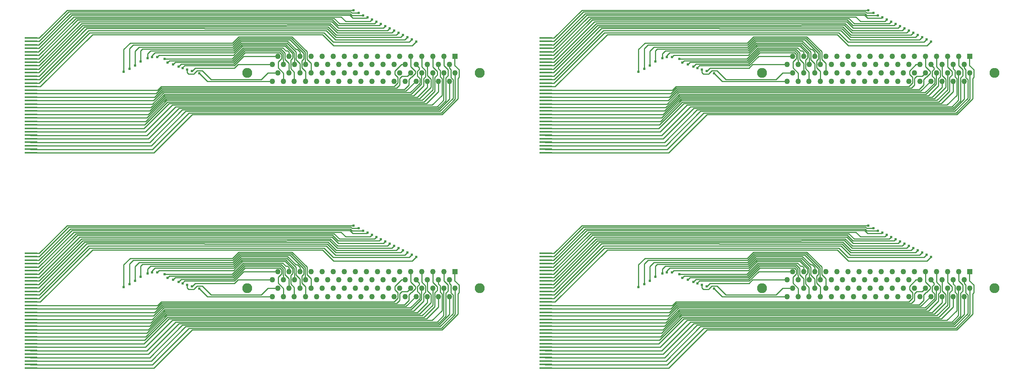
<source format=gbl>
%FSLAX23Y23*%
%MOIN*%
G70*
G01*
G75*
G04 Layer_Physical_Order=2*
G04 Layer_Color=16711680*
%ADD10R,0.118X0.018*%
%ADD11C,0.010*%
%ADD12C,0.050*%
%ADD13R,0.050X0.050*%
%ADD14C,0.090*%
%ADD15C,0.024*%
%ADD16R,0.118X0.018*%
D10*
X8005Y9717D02*
D03*
Y9685D02*
D03*
Y9654D02*
D03*
Y9622D02*
D03*
Y9591D02*
D03*
Y9559D02*
D03*
Y9528D02*
D03*
Y9496D02*
D03*
Y9465D02*
D03*
Y9433D02*
D03*
Y9402D02*
D03*
Y9370D02*
D03*
Y9339D02*
D03*
Y9307D02*
D03*
Y9276D02*
D03*
Y9244D02*
D03*
Y9213D02*
D03*
Y9181D02*
D03*
Y9150D02*
D03*
Y9118D02*
D03*
Y9087D02*
D03*
Y9055D02*
D03*
Y9024D02*
D03*
Y8992D02*
D03*
Y8961D02*
D03*
Y8929D02*
D03*
Y8898D02*
D03*
Y8866D02*
D03*
Y8835D02*
D03*
Y8803D02*
D03*
Y8772D02*
D03*
X12655Y9717D02*
D03*
Y9685D02*
D03*
Y9654D02*
D03*
Y9622D02*
D03*
Y9591D02*
D03*
Y9559D02*
D03*
Y9528D02*
D03*
Y9496D02*
D03*
Y9465D02*
D03*
Y9433D02*
D03*
Y9402D02*
D03*
Y9370D02*
D03*
Y9339D02*
D03*
Y9307D02*
D03*
Y9276D02*
D03*
Y9244D02*
D03*
Y9213D02*
D03*
Y9181D02*
D03*
Y9150D02*
D03*
Y9118D02*
D03*
Y9087D02*
D03*
Y9055D02*
D03*
Y9024D02*
D03*
Y8992D02*
D03*
Y8961D02*
D03*
Y8929D02*
D03*
Y8898D02*
D03*
Y8866D02*
D03*
Y8835D02*
D03*
Y8803D02*
D03*
Y8772D02*
D03*
X8005Y11667D02*
D03*
Y11635D02*
D03*
Y11604D02*
D03*
Y11572D02*
D03*
Y11541D02*
D03*
Y11509D02*
D03*
Y11478D02*
D03*
Y11446D02*
D03*
Y11415D02*
D03*
Y11383D02*
D03*
Y11352D02*
D03*
Y11320D02*
D03*
Y11289D02*
D03*
Y11257D02*
D03*
Y11226D02*
D03*
Y11194D02*
D03*
Y11163D02*
D03*
Y11131D02*
D03*
Y11100D02*
D03*
Y11068D02*
D03*
Y11037D02*
D03*
Y11005D02*
D03*
Y10974D02*
D03*
Y10942D02*
D03*
Y10911D02*
D03*
Y10879D02*
D03*
Y10848D02*
D03*
Y10816D02*
D03*
Y10785D02*
D03*
Y10753D02*
D03*
Y10722D02*
D03*
X12655Y11667D02*
D03*
Y11635D02*
D03*
Y11604D02*
D03*
Y11572D02*
D03*
Y11541D02*
D03*
Y11509D02*
D03*
Y11478D02*
D03*
Y11446D02*
D03*
Y11415D02*
D03*
Y11383D02*
D03*
Y11352D02*
D03*
Y11320D02*
D03*
Y11289D02*
D03*
Y11257D02*
D03*
Y11226D02*
D03*
Y11194D02*
D03*
Y11163D02*
D03*
Y11131D02*
D03*
Y11100D02*
D03*
Y11068D02*
D03*
Y11037D02*
D03*
Y11005D02*
D03*
Y10974D02*
D03*
Y10942D02*
D03*
Y10911D02*
D03*
Y10879D02*
D03*
Y10848D02*
D03*
Y10816D02*
D03*
Y10785D02*
D03*
Y10753D02*
D03*
Y10722D02*
D03*
D11*
X9377Y9507D02*
Y9511D01*
X9394Y9528D01*
X9843D01*
X9927Y9613D01*
X10235D01*
X9211Y9589D02*
X9821D01*
X9923Y9691D01*
X10280D01*
X10308Y9663D01*
X10324D01*
X10335Y9652D01*
Y9613D02*
Y9652D01*
X8995Y9565D02*
Y9662D01*
X9014Y9681D01*
X9834D01*
X9902Y9749D01*
X10324D01*
X10398Y9675D01*
X10412D01*
X10435Y9652D01*
Y9613D02*
Y9652D01*
X8005Y9748D02*
X8078D01*
X8346Y10016D01*
X10285D02*
X10285Y10016D01*
X8346Y10016D02*
X10285D01*
X10285Y10016D02*
X10894D01*
X10905Y10005D01*
X10965D01*
X8005Y9622D02*
X8077D01*
X8412Y9957D01*
X10743D01*
X10791Y9909D01*
X11109D01*
X11125Y9925D01*
X8005Y9496D02*
X8076D01*
X8474Y9894D01*
X10312D01*
X10318Y9895D02*
X10703D01*
X10701D02*
X10771Y9825D01*
X11265D01*
X11285Y9845D01*
X8005Y9370D02*
X8080D01*
X8535Y9825D01*
X10655D01*
X10653D02*
X10735Y9743D01*
X11423D01*
X11445Y9765D01*
X8005Y9244D02*
X8005Y9244D01*
X9124D01*
X9193Y9313D01*
X11379D01*
X11420Y9354D01*
Y9403D01*
X11440Y9425D02*
X11447D01*
X11440Y9423D02*
Y9425D01*
X11420Y9403D02*
X11440Y9423D01*
X11447Y9425D02*
X11480Y9458D01*
Y9476D01*
X11435Y9521D02*
X11480Y9476D01*
X11435Y9521D02*
Y9613D01*
X8005Y9118D02*
X9078D01*
X9216Y9257D01*
X11463D01*
X11461D02*
X11551Y9347D01*
Y9410D01*
X11570Y9429D01*
Y9483D01*
X11535Y9518D02*
X11570Y9483D01*
X11535Y9518D02*
Y9613D01*
X8005Y8992D02*
X9031D01*
X9240Y9201D01*
X11557D01*
X11651Y9295D01*
Y9421D01*
X11676Y9446D01*
Y9476D01*
X11635Y9517D02*
X11676Y9476D01*
X11635Y9517D02*
Y9616D01*
X7999Y8866D02*
X9065D01*
X9342Y9143D01*
X11683D01*
X11751Y9211D01*
Y9417D01*
X11773Y9439D01*
Y9492D01*
X11735Y9530D02*
X11773Y9492D01*
X11735Y9530D02*
Y9614D01*
X9459Y9478D02*
X9460Y9477D01*
X9490Y9507D01*
X9844D01*
X9875Y9538D01*
X10185D01*
X9290Y9540D02*
X9308Y9558D01*
X9831D01*
X9935Y9662D01*
X10258D01*
X10283Y9637D01*
Y9580D02*
Y9637D01*
Y9580D02*
X10285Y9578D01*
Y9538D02*
Y9578D01*
X9100Y9605D02*
Y9621D01*
X9126Y9647D01*
X9839D01*
X9911Y9719D01*
X10308D01*
X10383Y9644D01*
Y9603D02*
Y9644D01*
Y9603D02*
X10385Y9601D01*
Y9536D02*
Y9601D01*
X8895Y9500D02*
Y9682D01*
X8928Y9715D01*
X9828D01*
X9890Y9777D01*
X10355D01*
X10483Y9649D01*
Y9604D02*
X10484Y9603D01*
X10483Y9604D02*
Y9649D01*
X10484Y9536D02*
Y9603D01*
X8005Y9685D02*
X8075D01*
X8375Y9985D01*
X10885D01*
X10911Y9959D01*
X11039D02*
X11045Y9965D01*
X10911Y9959D02*
X11039D01*
X8005Y9559D02*
X8079D01*
X8446Y9926D01*
X10725D01*
X10781Y9870D01*
X11190D01*
X11205Y9885D01*
X8005Y9433D02*
X8078D01*
X8510Y9865D01*
X8929D01*
X9572Y9865D02*
X9573Y9864D01*
X8929Y9865D02*
X9572D01*
X9573Y9864D02*
X9977D01*
Y9863D02*
X10684D01*
X10760Y9787D01*
X11347D01*
X11365Y9805D01*
X8005Y9307D02*
X9148D01*
X9182Y9341D01*
X11287D01*
X11319Y9373D01*
Y9424D01*
X11293Y9450D02*
X11319Y9424D01*
X11293Y9450D02*
Y9480D01*
X11351Y9538D01*
X11385D01*
X8005Y9181D02*
X9101D01*
X9205Y9285D01*
X11433D01*
X11519Y9371D01*
Y9412D01*
X11497Y9434D02*
X11519Y9412D01*
X11497Y9434D02*
Y9478D01*
X11513Y9494D01*
Y9509D01*
X11512D02*
X11513D01*
X11485Y9536D02*
X11512Y9509D01*
X8005Y9055D02*
X9054D01*
X9228Y9229D01*
X11516D01*
X11620Y9333D01*
Y9406D01*
X11585Y9441D02*
X11620Y9406D01*
X11585Y9441D02*
Y9540D01*
X7999Y8929D02*
X9039D01*
X9282Y9172D01*
X11630D01*
X11719Y9261D01*
Y9411D01*
X11701Y9429D02*
X11719Y9411D01*
X11701Y9429D02*
Y9485D01*
X11685Y9501D02*
X11701Y9485D01*
X11685Y9501D02*
Y9538D01*
X9415Y9467D02*
Y9494D01*
Y9467D02*
X9430Y9452D01*
X9480Y9454D02*
Y9455D01*
X9430Y9452D02*
X9478D01*
X9480Y9454D01*
Y9455D02*
X9507Y9482D01*
X9552D01*
X9631Y9403D01*
X10085D01*
X10146Y9464D01*
X10235D01*
X9240Y9555D02*
X9257Y9572D01*
X9825D01*
X9930Y9677D01*
X10265D01*
X10299Y9643D01*
Y9586D02*
Y9643D01*
Y9586D02*
X10335Y9550D01*
Y9461D02*
Y9550D01*
X9060Y9595D02*
Y9636D01*
X9087Y9663D01*
X9836D01*
X9907Y9734D01*
X10313Y9733D02*
X10319D01*
X10312Y9734D02*
X10313Y9733D01*
X9907Y9734D02*
X10312D01*
X10319Y9733D02*
X10400Y9652D01*
Y9582D02*
Y9652D01*
Y9582D02*
X10436Y9546D01*
Y9461D02*
Y9546D01*
X8844Y9472D02*
Y9675D01*
X8903Y9734D01*
X9827D01*
X9884Y9791D01*
X10362D01*
X10498Y9655D01*
Y9587D02*
Y9655D01*
Y9587D02*
X10535Y9550D01*
Y9461D02*
Y9550D01*
X8005Y9780D02*
X8080D01*
X8331Y10031D01*
X10920Y10030D01*
X8005Y9654D02*
X8074D01*
X8391Y9971D01*
X10807D01*
X10849Y9929D01*
X11069D01*
X11085Y9945D01*
X8005Y9528D02*
X8078D01*
X8461Y9911D01*
X10311D02*
X10311Y9911D01*
X8461Y9911D02*
X10311D01*
X10311Y9911D02*
X10711D01*
X10710D02*
X10775Y9846D01*
X11226D01*
X11245Y9865D01*
X8005Y9402D02*
X8082D01*
X8525Y9845D01*
X10675D01*
X10674Y9846D02*
X10756Y9764D01*
X11384D01*
X11405Y9785D01*
X8005Y9276D02*
X9136D01*
X9187Y9327D01*
X11309D01*
X11336Y9354D01*
Y9414D01*
X11356Y9434D01*
X11406D01*
X11435Y9462D01*
X8005Y9150D02*
X9089D01*
X9211Y9271D01*
X11440D01*
X11533Y9364D01*
Y9462D02*
X11535Y9464D01*
X11533Y9364D02*
Y9462D01*
X8005Y9024D02*
X9043D01*
X9234Y9215D01*
X11540D01*
X11635Y9310D01*
Y9464D01*
X7999Y8897D02*
X9052D01*
X9311Y9157D01*
X11676D01*
X11734Y9215D01*
Y9462D02*
X11735Y9463D01*
X11734Y9215D02*
Y9462D01*
X9525Y9460D02*
X9598Y9387D01*
X10186D01*
X9338Y9520D02*
X9361Y9543D01*
X9836D01*
X9940Y9647D01*
X10251D01*
X10269Y9629D01*
Y9594D02*
Y9629D01*
X10238Y9563D02*
X10269Y9594D01*
X10238Y9508D02*
Y9563D01*
Y9508D02*
X10285Y9461D01*
Y9387D02*
Y9461D01*
X9162Y9622D02*
Y9623D01*
X9145Y9605D02*
X9162Y9622D01*
Y9623D02*
X9835D01*
X9917Y9705D01*
X10302D01*
X10369Y9638D01*
Y9596D02*
Y9638D01*
X10351Y9578D02*
X10369Y9596D01*
X10351Y9502D02*
Y9578D01*
Y9502D02*
X10384Y9469D01*
Y9387D02*
Y9469D01*
X8945Y9530D02*
Y9660D01*
X8981Y9696D02*
X8982Y9695D01*
X8945Y9660D02*
X8981Y9696D01*
X8982Y9695D02*
X9828D01*
X9896Y9763D01*
X10346D01*
X10469Y9640D01*
Y9590D02*
Y9640D01*
X10451Y9572D02*
X10469Y9590D01*
X10451Y9510D02*
Y9572D01*
Y9510D02*
X10485Y9476D01*
Y9387D02*
Y9476D01*
X8005Y9717D02*
X8077D01*
X8361Y10001D01*
X8996Y10001D02*
X8998Y10000D01*
X8361Y10001D02*
X8996Y10001D01*
X8998Y10000D02*
X10307Y9999D01*
X10765Y9999D02*
X10766Y9999D01*
X10307Y9999D02*
X10765Y9999D01*
X10765Y10000D02*
X10890D01*
X10906Y9984D01*
X11007D01*
X8005Y9591D02*
X8076D01*
X8427Y9942D01*
X10731D01*
X10729D02*
X10778Y9893D01*
X11153D02*
X11165Y9905D01*
X10778Y9893D02*
X11153D01*
X8005Y9465D02*
X8075D01*
X8490Y9880D01*
X10689D01*
X10688D02*
X10761Y9807D01*
X11307D01*
X11325Y9825D01*
X8005Y9339D02*
X8005Y9339D01*
X8005Y9339D02*
X8089D01*
X8561Y9811D01*
X10639D01*
X10740Y9710D01*
X11450D01*
X11485Y9745D01*
X8005Y9213D02*
X8006Y9212D01*
X9112D01*
X9199Y9299D01*
X11392D01*
X11481Y9387D02*
X11485D01*
X11392Y9299D02*
X11481Y9387D01*
X8005Y9087D02*
X9066D01*
X9222Y9243D01*
X11495D01*
X11585Y9333D01*
Y9387D01*
X7999Y8960D02*
X9026D01*
X9252Y9187D01*
X11579D01*
X11685Y9293D01*
Y9387D01*
X7999Y8834D02*
X9078D01*
X9373Y9129D01*
X11689D01*
X11785Y9225D01*
Y9387D01*
X7999Y8740D02*
X9117D01*
X9464Y9086D01*
X11720D01*
X11863Y9229D01*
Y9414D01*
X11873Y9424D01*
Y9492D01*
X11834Y9531D02*
X11873Y9492D01*
X11834Y9531D02*
Y9615D01*
X7999Y8803D02*
X9091D01*
X9403Y9115D01*
X11700D01*
X11819Y9234D01*
Y9402D01*
X11800Y9421D02*
X11819Y9402D01*
X11800Y9421D02*
Y9492D01*
X11785Y9507D02*
X11800Y9492D01*
X11785Y9507D02*
Y9538D01*
X7999Y8771D02*
X9104D01*
X9433Y9101D01*
X11711D01*
X11837Y9227D01*
X11835Y9462D02*
X11837Y9460D01*
Y9227D02*
Y9460D01*
X14027Y9507D02*
Y9511D01*
X14044Y9528D01*
X14493D01*
X14578Y9613D01*
X14885D01*
X13861Y9589D02*
X14471D01*
X14573Y9691D01*
X14930D01*
X14958Y9663D01*
X14974D01*
X14985Y9652D01*
Y9613D02*
Y9652D01*
X13645Y9565D02*
Y9662D01*
X13664Y9681D01*
X14484D01*
X14552Y9749D01*
X14974D01*
X15048Y9675D01*
X15062D01*
X15085Y9652D01*
Y9613D02*
Y9652D01*
X12655Y9748D02*
X12728D01*
X12996Y10016D01*
X14935D02*
X14935Y10016D01*
X12996Y10016D02*
X14935D01*
X14935Y10016D02*
X15544D01*
X15555Y10005D01*
X15615D01*
X12655Y9622D02*
X12727D01*
X13062Y9957D01*
X15393D01*
X15441Y9909D01*
X15759D01*
X15775Y9925D01*
X12655Y9496D02*
X12726D01*
X13124Y9894D01*
X14962D01*
X14967Y9895D02*
X15353D01*
X15351D02*
X15421Y9825D01*
X15915D01*
X15935Y9845D01*
X12655Y9370D02*
X12730D01*
X13185Y9825D01*
X15305D01*
X15303D02*
X15385Y9743D01*
X16073D01*
X16095Y9765D01*
X12655Y9244D02*
X12655Y9244D01*
X13774D01*
X13843Y9313D01*
X16029D01*
X16070Y9354D01*
Y9403D01*
X16090Y9425D02*
X16097D01*
X16090Y9423D02*
Y9425D01*
X16070Y9403D02*
X16090Y9423D01*
X16097Y9425D02*
X16130Y9458D01*
Y9476D01*
X16085Y9521D02*
X16130Y9476D01*
X16085Y9521D02*
Y9613D01*
X12655Y9118D02*
X13728D01*
X13866Y9257D01*
X16113D01*
X16111D02*
X16201Y9347D01*
Y9410D01*
X16220Y9429D01*
Y9483D01*
X16185Y9518D02*
X16220Y9483D01*
X16185Y9518D02*
Y9613D01*
X12655Y8992D02*
X13681D01*
X13890Y9201D01*
X16207D01*
X16301Y9295D01*
Y9421D01*
X16326Y9446D01*
Y9476D01*
X16285Y9517D02*
X16326Y9476D01*
X16285Y9517D02*
Y9616D01*
X12649Y8866D02*
X13715D01*
X13992Y9143D01*
X16333D01*
X16401Y9211D01*
Y9417D01*
X16423Y9439D01*
Y9492D01*
X16385Y9530D02*
X16423Y9492D01*
X16385Y9530D02*
Y9614D01*
X14109Y9478D02*
X14110Y9477D01*
X14140Y9507D01*
X14494D01*
X14524Y9538D01*
X14835D01*
X13940Y9540D02*
X13958Y9558D01*
X14481D01*
X14585Y9662D01*
X14908D01*
X14933Y9637D01*
Y9580D02*
Y9637D01*
Y9580D02*
X14935Y9578D01*
Y9538D02*
Y9578D01*
X13750Y9605D02*
Y9621D01*
X13776Y9647D01*
X14489D01*
X14561Y9719D01*
X14958D01*
X15033Y9644D01*
Y9603D02*
Y9644D01*
Y9603D02*
X15035Y9601D01*
Y9536D02*
Y9601D01*
X13545Y9500D02*
Y9682D01*
X13578Y9715D01*
X14478D01*
X14540Y9777D01*
X15005D01*
X15133Y9649D01*
Y9604D02*
X15134Y9603D01*
X15133Y9604D02*
Y9649D01*
X15134Y9536D02*
Y9603D01*
X12655Y9685D02*
X12725D01*
X13025Y9985D01*
X15535D01*
X15561Y9959D01*
X15689D02*
X15695Y9965D01*
X15561Y9959D02*
X15689D01*
X12655Y9559D02*
X12729D01*
X13096Y9926D01*
X15375D01*
X15431Y9870D01*
X15840D01*
X15855Y9885D01*
X12655Y9433D02*
X12728D01*
X13160Y9865D01*
X13578D01*
X14222Y9865D02*
X14223Y9864D01*
X13579Y9865D02*
X14222D01*
X14223Y9864D02*
X14627D01*
Y9863D02*
X15334D01*
X15410Y9787D01*
X15997D01*
X16015Y9805D01*
X12655Y9307D02*
X13798D01*
X13832Y9341D01*
X15937D01*
X15969Y9373D01*
Y9424D01*
X15943Y9450D02*
X15969Y9424D01*
X15943Y9450D02*
Y9480D01*
X16000Y9538D01*
X16035D01*
X12655Y9181D02*
X13751D01*
X13855Y9285D01*
X16083D01*
X16169Y9371D01*
Y9412D01*
X16147Y9434D02*
X16169Y9412D01*
X16147Y9434D02*
Y9478D01*
X16163Y9494D01*
Y9509D01*
X16162D02*
X16163D01*
X16135Y9536D02*
X16162Y9509D01*
X12655Y9055D02*
X13704D01*
X13878Y9229D01*
X16166D01*
X16270Y9333D01*
Y9406D01*
X16235Y9441D02*
X16270Y9406D01*
X16235Y9441D02*
Y9540D01*
X12649Y8929D02*
X13689D01*
X13932Y9172D01*
X16280D01*
X16369Y9261D01*
Y9411D01*
X16351Y9429D02*
X16369Y9411D01*
X16351Y9429D02*
Y9485D01*
X16335Y9501D02*
X16351Y9485D01*
X16335Y9501D02*
Y9538D01*
X14065Y9467D02*
Y9494D01*
Y9467D02*
X14080Y9452D01*
X14130Y9454D02*
Y9455D01*
X14080Y9452D02*
X14128D01*
X14130Y9454D01*
Y9455D02*
X14157Y9482D01*
X14202D01*
X14281Y9403D01*
X14735D01*
X14796Y9464D01*
X14885D01*
X13890Y9555D02*
X13907Y9572D01*
X14475D01*
X14580Y9677D01*
X14915D01*
X14949Y9643D01*
Y9586D02*
Y9643D01*
Y9586D02*
X14985Y9550D01*
Y9461D02*
Y9550D01*
X13710Y9595D02*
Y9636D01*
X13737Y9663D01*
X14486D01*
X14557Y9734D01*
X14963Y9733D02*
X14969D01*
X14962Y9734D02*
X14963Y9733D01*
X14557Y9734D02*
X14962D01*
X14969Y9733D02*
X15050Y9652D01*
Y9582D02*
Y9652D01*
Y9582D02*
X15086Y9546D01*
Y9461D02*
Y9546D01*
X13494Y9472D02*
Y9675D01*
X13553Y9734D01*
X14477D01*
X14534Y9791D01*
X15012D01*
X15148Y9655D01*
Y9587D02*
Y9655D01*
Y9587D02*
X15185Y9550D01*
Y9461D02*
Y9550D01*
X12655Y9780D02*
X12730D01*
X12981Y10031D01*
X15570Y10030D01*
X12655Y9654D02*
X12724D01*
X13041Y9971D01*
X15457D01*
X15499Y9929D01*
X15719D01*
X15735Y9945D01*
X12655Y9528D02*
X12728D01*
X13111Y9911D01*
X14961D02*
X14961Y9911D01*
X13111Y9911D02*
X14961D01*
X14961Y9911D02*
X15361D01*
X15360D02*
X15425Y9846D01*
X15876D01*
X15895Y9865D01*
X12655Y9402D02*
X12732D01*
X13175Y9845D01*
X15325D01*
X15324Y9846D02*
X15406Y9764D01*
X16034D01*
X16055Y9785D01*
X12655Y9276D02*
X13786D01*
X13837Y9327D01*
X15959D01*
X15986Y9354D01*
Y9414D01*
X16006Y9434D01*
X16056D01*
X16085Y9462D01*
X12655Y9150D02*
X13739D01*
X13861Y9271D01*
X16090D01*
X16183Y9364D01*
Y9462D02*
X16185Y9464D01*
X16183Y9364D02*
Y9462D01*
X12655Y9024D02*
X13693D01*
X13884Y9215D01*
X16190D01*
X16285Y9310D01*
Y9464D01*
X12649Y8897D02*
X13702D01*
X13961Y9157D01*
X16326D01*
X16384Y9215D01*
Y9462D02*
X16385Y9463D01*
X16384Y9215D02*
Y9462D01*
X14175Y9460D02*
X14248Y9387D01*
X14836D01*
X13988Y9520D02*
X14011Y9543D01*
X14486D01*
X14590Y9647D01*
X14901D01*
X14919Y9629D01*
Y9594D02*
Y9629D01*
X14888Y9563D02*
X14919Y9594D01*
X14888Y9508D02*
Y9563D01*
Y9508D02*
X14935Y9461D01*
Y9387D02*
Y9461D01*
X13812Y9622D02*
Y9623D01*
X13795Y9605D02*
X13812Y9622D01*
Y9623D02*
X14485D01*
X14567Y9705D01*
X14952D01*
X15019Y9638D01*
Y9596D02*
Y9638D01*
X15001Y9578D02*
X15019Y9596D01*
X15001Y9502D02*
Y9578D01*
Y9502D02*
X15034Y9469D01*
Y9387D02*
Y9469D01*
X13595Y9530D02*
Y9660D01*
X13631Y9696D02*
X13632Y9695D01*
X13595Y9660D02*
X13631Y9696D01*
X13632Y9695D02*
X14478D01*
X14546Y9763D01*
X14996D01*
X15119Y9640D01*
Y9590D02*
Y9640D01*
X15101Y9572D02*
X15119Y9590D01*
X15101Y9510D02*
Y9572D01*
Y9510D02*
X15135Y9476D01*
Y9387D02*
Y9476D01*
X12655Y9717D02*
X12727D01*
X13011Y10001D01*
X13646Y10001D02*
X13648Y10000D01*
X13011Y10001D02*
X13646Y10001D01*
X13648Y10000D02*
X14957Y9999D01*
X15415Y9999D02*
X15416Y9999D01*
X14957Y9999D02*
X15415Y9999D01*
X15415Y10000D02*
X15540D01*
X15556Y9984D01*
X15657D01*
X12655Y9591D02*
X12726D01*
X13077Y9942D01*
X15381D01*
X15379D02*
X15428Y9893D01*
X15803D02*
X15815Y9905D01*
X15428Y9893D02*
X15803D01*
X12655Y9465D02*
X12725D01*
X13140Y9880D01*
X15339D01*
X15338D02*
X15411Y9807D01*
X15957D01*
X15975Y9825D01*
X12655Y9339D02*
X12655Y9339D01*
X12655Y9339D02*
X12739D01*
X13211Y9811D01*
X15289D01*
X15390Y9710D01*
X16100D01*
X16135Y9745D01*
X12655Y9213D02*
X12656Y9212D01*
X13762D01*
X13849Y9299D01*
X16042D01*
X16131Y9387D02*
X16135D01*
X16042Y9299D02*
X16131Y9387D01*
X12655Y9087D02*
X13716D01*
X13872Y9243D01*
X16145D01*
X16235Y9333D01*
Y9387D01*
X12649Y8960D02*
X13676D01*
X13902Y9187D01*
X16229D01*
X16335Y9293D01*
Y9387D01*
X12649Y8834D02*
X13728D01*
X14023Y9129D01*
X16339D01*
X16435Y9225D01*
Y9387D01*
X12649Y8740D02*
X13767D01*
X14114Y9086D01*
X16370D01*
X16513Y9229D01*
Y9414D01*
X16523Y9424D01*
Y9492D01*
X16484Y9531D02*
X16523Y9492D01*
X16484Y9531D02*
Y9615D01*
X12649Y8803D02*
X13741D01*
X14053Y9115D01*
X16350D01*
X16469Y9234D01*
Y9402D01*
X16450Y9421D02*
X16469Y9402D01*
X16450Y9421D02*
Y9492D01*
X16435Y9507D02*
X16450Y9492D01*
X16435Y9507D02*
Y9538D01*
X12649Y8771D02*
X13754D01*
X14083Y9101D01*
X16361D01*
X16487Y9227D01*
X16485Y9462D02*
X16487Y9460D01*
Y9227D02*
Y9460D01*
X9377Y11457D02*
Y11461D01*
X9394Y11478D01*
X9843D01*
X9927Y11562D01*
X10235D01*
X9211Y11539D02*
X9821D01*
X9923Y11641D01*
X10280D01*
X10308Y11613D01*
X10324D01*
X10335Y11602D01*
Y11562D02*
Y11602D01*
X8995Y11515D02*
Y11612D01*
X9014Y11631D01*
X9834D01*
X9902Y11699D01*
X10324D01*
X10398Y11625D01*
X10412D01*
X10435Y11602D01*
Y11563D02*
Y11602D01*
X8005Y11698D02*
X8078D01*
X8346Y11966D01*
X10285D02*
X10285Y11966D01*
X8346Y11966D02*
X10285D01*
X10285Y11966D02*
X10894D01*
X10905Y11955D01*
X10965D01*
X8005Y11572D02*
X8077D01*
X8412Y11907D01*
X10743D01*
X10791Y11859D01*
X11109D01*
X11125Y11875D01*
X8005Y11446D02*
X8076D01*
X8474Y11844D01*
X10312D01*
X10318Y11845D02*
X10703D01*
X10701D02*
X10771Y11775D01*
X11265D01*
X11285Y11795D01*
X8005Y11320D02*
X8080D01*
X8535Y11775D01*
X10655D01*
X10653D02*
X10735Y11693D01*
X11423D01*
X11445Y11715D01*
X8005Y11194D02*
X8005Y11194D01*
X9124D01*
X9193Y11263D01*
X11379D01*
X11420Y11304D01*
Y11353D01*
X11440Y11375D02*
X11447D01*
X11440Y11373D02*
Y11375D01*
X11420Y11353D02*
X11440Y11373D01*
X11447Y11375D02*
X11480Y11408D01*
Y11426D01*
X11435Y11471D02*
X11480Y11426D01*
X11435Y11471D02*
Y11562D01*
X8005Y11068D02*
X9078D01*
X9216Y11207D01*
X11463D01*
X11461D02*
X11551Y11297D01*
Y11360D01*
X11570Y11379D01*
Y11433D01*
X11535Y11468D02*
X11570Y11433D01*
X11535Y11468D02*
Y11562D01*
X8005Y10942D02*
X9031D01*
X9240Y11151D01*
X11557D01*
X11651Y11245D01*
Y11371D01*
X11676Y11396D01*
Y11426D01*
X11635Y11467D02*
X11676Y11426D01*
X11635Y11467D02*
Y11566D01*
X7999Y10816D02*
X9065D01*
X9342Y11093D01*
X11683D01*
X11751Y11161D01*
Y11367D01*
X11773Y11389D01*
Y11442D01*
X11735Y11480D02*
X11773Y11442D01*
X11735Y11480D02*
Y11564D01*
X9459Y11428D02*
X9460Y11427D01*
X9490Y11457D01*
X9844D01*
X9875Y11488D01*
X10185D01*
X9290Y11490D02*
X9308Y11508D01*
X9831D01*
X9935Y11612D01*
X10258D01*
X10283Y11587D01*
Y11530D02*
Y11587D01*
Y11530D02*
X10285Y11528D01*
Y11488D02*
Y11528D01*
X9100Y11555D02*
Y11571D01*
X9126Y11597D01*
X9839D01*
X9911Y11669D01*
X10308D01*
X10383Y11594D01*
Y11553D02*
Y11594D01*
Y11553D02*
X10385Y11551D01*
Y11486D02*
Y11551D01*
X8895Y11450D02*
Y11632D01*
X8928Y11665D01*
X9828D01*
X9890Y11727D01*
X10355D01*
X10483Y11599D01*
Y11554D02*
X10484Y11553D01*
X10483Y11554D02*
Y11599D01*
X10484Y11486D02*
Y11553D01*
X8005Y11635D02*
X8075D01*
X8375Y11935D01*
X10885D01*
X10911Y11909D01*
X11039D02*
X11045Y11915D01*
X10911Y11909D02*
X11039D01*
X8005Y11509D02*
X8079D01*
X8446Y11876D01*
X10725D01*
X10781Y11820D01*
X11190D01*
X11205Y11835D01*
X8005Y11383D02*
X8078D01*
X8510Y11815D01*
X8929D01*
X9572Y11815D02*
X9573Y11814D01*
X8929Y11815D02*
X9572D01*
X9573Y11814D02*
X9977D01*
Y11813D02*
X10684D01*
X10760Y11737D01*
X11347D01*
X11365Y11755D01*
X8005Y11257D02*
X9148D01*
X9182Y11291D01*
X11287D01*
X11319Y11323D01*
Y11374D01*
X11293Y11400D02*
X11319Y11374D01*
X11293Y11400D02*
Y11430D01*
X11351Y11488D01*
X11385D01*
X8005Y11131D02*
X9101D01*
X9205Y11235D01*
X11433D01*
X11519Y11321D01*
Y11362D01*
X11497Y11384D02*
X11519Y11362D01*
X11497Y11384D02*
Y11428D01*
X11513Y11444D01*
Y11459D01*
X11512D02*
X11513D01*
X11485Y11486D02*
X11512Y11459D01*
X8005Y11005D02*
X9054D01*
X9228Y11179D01*
X11516D01*
X11620Y11283D01*
Y11356D01*
X11585Y11391D02*
X11620Y11356D01*
X11585Y11391D02*
Y11490D01*
X7999Y10879D02*
X9039D01*
X9282Y11122D01*
X11630D01*
X11719Y11211D01*
Y11361D01*
X11701Y11379D02*
X11719Y11361D01*
X11701Y11379D02*
Y11435D01*
X11685Y11451D02*
X11701Y11435D01*
X11685Y11451D02*
Y11488D01*
X9415Y11417D02*
Y11444D01*
Y11417D02*
X9430Y11402D01*
X9480Y11404D02*
Y11405D01*
X9430Y11402D02*
X9478D01*
X9480Y11404D01*
Y11405D02*
X9507Y11432D01*
X9552D01*
X9631Y11353D01*
X10085D01*
X10146Y11414D01*
X10235D01*
X9240Y11505D02*
X9257Y11522D01*
X9825D01*
X9930Y11627D01*
X10265D01*
X10299Y11593D01*
Y11536D02*
Y11593D01*
Y11536D02*
X10335Y11500D01*
Y11411D02*
Y11500D01*
X9060Y11545D02*
Y11586D01*
X9087Y11613D01*
X9836D01*
X9907Y11684D01*
X10313Y11683D02*
X10319D01*
X10312Y11684D02*
X10313Y11683D01*
X9907Y11684D02*
X10312D01*
X10319Y11683D02*
X10400Y11602D01*
Y11532D02*
Y11602D01*
Y11532D02*
X10436Y11496D01*
Y11411D02*
Y11496D01*
X8844Y11422D02*
Y11625D01*
X8903Y11684D01*
X9827D01*
X9884Y11741D01*
X10362D01*
X10498Y11605D01*
Y11537D02*
Y11605D01*
Y11537D02*
X10535Y11500D01*
Y11411D02*
Y11500D01*
X8005Y11730D02*
X8080D01*
X8331Y11981D01*
X10920Y11980D01*
X8005Y11604D02*
X8074D01*
X8391Y11921D01*
X10807D01*
X10849Y11879D01*
X11069D01*
X11085Y11895D01*
X8005Y11478D02*
X8078D01*
X8461Y11861D01*
X10311D02*
X10311Y11861D01*
X8461Y11861D02*
X10311D01*
X10311Y11861D02*
X10711D01*
X10710D02*
X10775Y11796D01*
X11226D01*
X11245Y11815D01*
X8005Y11352D02*
X8082D01*
X8525Y11795D01*
X10675D01*
X10674Y11796D02*
X10756Y11714D01*
X11384D01*
X11405Y11735D01*
X8005Y11226D02*
X9136D01*
X9187Y11277D01*
X11309D01*
X11336Y11304D01*
Y11364D01*
X11356Y11384D01*
X11406D01*
X11435Y11413D01*
X8005Y11100D02*
X9089D01*
X9211Y11221D01*
X11440D01*
X11533Y11314D01*
Y11412D02*
X11535Y11414D01*
X11533Y11314D02*
Y11412D01*
X8005Y10974D02*
X9043D01*
X9234Y11165D01*
X11540D01*
X11635Y11260D01*
Y11414D01*
X7999Y10847D02*
X9052D01*
X9311Y11107D01*
X11676D01*
X11734Y11165D01*
Y11412D02*
X11735Y11413D01*
X11734Y11165D02*
Y11412D01*
X9525Y11410D02*
X9598Y11337D01*
X10186D01*
X9338Y11470D02*
X9361Y11493D01*
X9836D01*
X9940Y11597D01*
X10251D01*
X10269Y11579D01*
Y11544D02*
Y11579D01*
X10238Y11513D02*
X10269Y11544D01*
X10238Y11458D02*
Y11513D01*
Y11458D02*
X10285Y11411D01*
Y11337D02*
Y11411D01*
X9162Y11572D02*
Y11573D01*
X9145Y11555D02*
X9162Y11572D01*
Y11573D02*
X9835D01*
X9917Y11655D01*
X10302D01*
X10369Y11588D01*
Y11546D02*
Y11588D01*
X10351Y11528D02*
X10369Y11546D01*
X10351Y11452D02*
Y11528D01*
Y11452D02*
X10384Y11419D01*
Y11337D02*
Y11419D01*
X8945Y11480D02*
Y11610D01*
X8981Y11646D02*
X8982Y11645D01*
X8945Y11610D02*
X8981Y11646D01*
X8982Y11645D02*
X9828D01*
X9896Y11713D01*
X10346D01*
X10469Y11590D01*
Y11540D02*
Y11590D01*
X10451Y11522D02*
X10469Y11540D01*
X10451Y11460D02*
Y11522D01*
Y11460D02*
X10485Y11426D01*
Y11337D02*
Y11426D01*
X8005Y11667D02*
X8077D01*
X8361Y11951D01*
X8996Y11951D02*
X8998Y11950D01*
X8361Y11951D02*
X8996Y11951D01*
X8998Y11950D02*
X10307Y11949D01*
X10765Y11949D02*
X10766Y11949D01*
X10307Y11949D02*
X10765Y11949D01*
X10765Y11950D02*
X10890D01*
X10906Y11934D01*
X11007D01*
X8005Y11541D02*
X8076D01*
X8427Y11892D01*
X10731D01*
X10729D02*
X10778Y11843D01*
X11153D02*
X11165Y11855D01*
X10778Y11843D02*
X11153D01*
X8005Y11415D02*
X8075D01*
X8490Y11830D01*
X10689D01*
X10688D02*
X10761Y11757D01*
X11307D01*
X11325Y11775D01*
X8005Y11289D02*
X8005Y11289D01*
X8005Y11289D02*
X8089D01*
X8561Y11761D01*
X10639D01*
X10740Y11660D01*
X11450D01*
X11485Y11695D01*
X8005Y11163D02*
X8006Y11162D01*
X9112D01*
X9199Y11249D01*
X11392D01*
X11481Y11337D02*
X11485D01*
X11392Y11249D02*
X11481Y11337D01*
X8005Y11037D02*
X9066D01*
X9222Y11193D01*
X11495D01*
X11585Y11283D01*
Y11337D01*
X7999Y10910D02*
X9026D01*
X9252Y11137D01*
X11579D01*
X11685Y11243D01*
Y11337D01*
X7999Y10784D02*
X9078D01*
X9373Y11079D01*
X11689D01*
X11785Y11175D01*
Y11337D01*
X7999Y10690D02*
X9117D01*
X9464Y11036D01*
X11720D01*
X11863Y11179D01*
Y11364D01*
X11873Y11374D01*
Y11442D01*
X11834Y11481D02*
X11873Y11442D01*
X11834Y11481D02*
Y11565D01*
X7999Y10753D02*
X9091D01*
X9403Y11065D01*
X11700D01*
X11819Y11184D01*
Y11352D01*
X11800Y11371D02*
X11819Y11352D01*
X11800Y11371D02*
Y11442D01*
X11785Y11457D02*
X11800Y11442D01*
X11785Y11457D02*
Y11488D01*
X7999Y10721D02*
X9104D01*
X9433Y11051D01*
X11711D01*
X11837Y11177D01*
X11835Y11413D02*
X11837Y11410D01*
Y11177D02*
Y11410D01*
X14027Y11457D02*
Y11461D01*
X14044Y11478D01*
X14493D01*
X14578Y11562D01*
X14885D01*
X13861Y11539D02*
X14471D01*
X14573Y11641D01*
X14930D01*
X14958Y11613D01*
X14974D01*
X14985Y11602D01*
Y11562D02*
Y11602D01*
X13645Y11515D02*
Y11612D01*
X13664Y11631D01*
X14484D01*
X14552Y11699D01*
X14974D01*
X15048Y11625D01*
X15062D01*
X15085Y11602D01*
Y11563D02*
Y11602D01*
X12655Y11698D02*
X12728D01*
X12996Y11966D01*
X14935D02*
X14935Y11966D01*
X12996Y11966D02*
X14935D01*
X14935Y11966D02*
X15544D01*
X15555Y11955D01*
X15615D01*
X12655Y11572D02*
X12727D01*
X13062Y11907D01*
X15393D01*
X15441Y11859D01*
X15759D01*
X15775Y11875D01*
X12655Y11446D02*
X12726D01*
X13124Y11844D01*
X14962D01*
X14967Y11845D02*
X15353D01*
X15351D02*
X15421Y11775D01*
X15915D01*
X15935Y11795D01*
X12655Y11320D02*
X12730D01*
X13185Y11775D01*
X15305D01*
X15303D02*
X15385Y11693D01*
X16073D01*
X16095Y11715D01*
X12655Y11194D02*
X12655Y11194D01*
X13774D01*
X13843Y11263D01*
X16029D01*
X16070Y11304D01*
Y11353D01*
X16090Y11375D02*
X16097D01*
X16090Y11373D02*
Y11375D01*
X16070Y11353D02*
X16090Y11373D01*
X16097Y11375D02*
X16130Y11408D01*
Y11426D01*
X16085Y11471D02*
X16130Y11426D01*
X16085Y11471D02*
Y11562D01*
X12655Y11068D02*
X13728D01*
X13866Y11207D01*
X16113D01*
X16111D02*
X16201Y11297D01*
Y11360D01*
X16220Y11379D01*
Y11433D01*
X16185Y11468D02*
X16220Y11433D01*
X16185Y11468D02*
Y11562D01*
X12655Y10942D02*
X13681D01*
X13890Y11151D01*
X16207D01*
X16301Y11245D01*
Y11371D01*
X16326Y11396D01*
Y11426D01*
X16285Y11467D02*
X16326Y11426D01*
X16285Y11467D02*
Y11566D01*
X12649Y10816D02*
X13715D01*
X13992Y11093D01*
X16333D01*
X16401Y11161D01*
Y11367D01*
X16423Y11389D01*
Y11442D01*
X16385Y11480D02*
X16423Y11442D01*
X16385Y11480D02*
Y11564D01*
X14109Y11428D02*
X14110Y11427D01*
X14140Y11457D01*
X14494D01*
X14524Y11488D01*
X14835D01*
X13940Y11490D02*
X13958Y11508D01*
X14481D01*
X14585Y11612D01*
X14908D01*
X14933Y11587D01*
Y11530D02*
Y11587D01*
Y11530D02*
X14935Y11528D01*
Y11488D02*
Y11528D01*
X13750Y11555D02*
Y11571D01*
X13776Y11597D01*
X14489D01*
X14561Y11669D01*
X14958D01*
X15033Y11594D01*
Y11553D02*
Y11594D01*
Y11553D02*
X15035Y11551D01*
Y11486D02*
Y11551D01*
X13545Y11450D02*
Y11632D01*
X13578Y11665D01*
X14478D01*
X14540Y11727D01*
X15005D01*
X15133Y11599D01*
Y11554D02*
X15134Y11553D01*
X15133Y11554D02*
Y11599D01*
X15134Y11486D02*
Y11553D01*
X12655Y11635D02*
X12725D01*
X13025Y11935D01*
X15535D01*
X15561Y11909D01*
X15689D02*
X15695Y11915D01*
X15561Y11909D02*
X15689D01*
X12655Y11509D02*
X12729D01*
X13096Y11876D01*
X15375D01*
X15431Y11820D01*
X15840D01*
X15855Y11835D01*
X12655Y11383D02*
X12728D01*
X13160Y11815D01*
X13578D01*
X14222Y11815D02*
X14223Y11814D01*
X13579Y11815D02*
X14222D01*
X14223Y11814D02*
X14627D01*
Y11813D02*
X15334D01*
X15410Y11737D01*
X15997D01*
X16015Y11755D01*
X12655Y11257D02*
X13798D01*
X13832Y11291D01*
X15937D01*
X15969Y11323D01*
Y11374D01*
X15943Y11400D02*
X15969Y11374D01*
X15943Y11400D02*
Y11430D01*
X16000Y11488D01*
X16035D01*
X12655Y11131D02*
X13751D01*
X13855Y11235D01*
X16083D01*
X16169Y11321D01*
Y11362D01*
X16147Y11384D02*
X16169Y11362D01*
X16147Y11384D02*
Y11428D01*
X16163Y11444D01*
Y11459D01*
X16162D02*
X16163D01*
X16135Y11486D02*
X16162Y11459D01*
X12655Y11005D02*
X13704D01*
X13878Y11179D01*
X16166D01*
X16270Y11283D01*
Y11356D01*
X16235Y11391D02*
X16270Y11356D01*
X16235Y11391D02*
Y11490D01*
X12649Y10879D02*
X13689D01*
X13932Y11122D01*
X16280D01*
X16369Y11211D01*
Y11361D01*
X16351Y11379D02*
X16369Y11361D01*
X16351Y11379D02*
Y11435D01*
X16335Y11451D02*
X16351Y11435D01*
X16335Y11451D02*
Y11488D01*
X14065Y11417D02*
Y11444D01*
Y11417D02*
X14080Y11402D01*
X14130Y11404D02*
Y11405D01*
X14080Y11402D02*
X14128D01*
X14130Y11404D01*
Y11405D02*
X14157Y11432D01*
X14202D01*
X14281Y11353D01*
X14735D01*
X14796Y11414D01*
X14885D01*
X13890Y11505D02*
X13907Y11522D01*
X14475D01*
X14580Y11627D01*
X14915D01*
X14949Y11593D01*
Y11536D02*
Y11593D01*
Y11536D02*
X14985Y11500D01*
Y11411D02*
Y11500D01*
X13710Y11545D02*
Y11586D01*
X13737Y11613D01*
X14486D01*
X14557Y11684D01*
X14963Y11683D02*
X14969D01*
X14962Y11684D02*
X14963Y11683D01*
X14557Y11684D02*
X14962D01*
X14969Y11683D02*
X15050Y11602D01*
Y11532D02*
Y11602D01*
Y11532D02*
X15086Y11496D01*
Y11411D02*
Y11496D01*
X13494Y11422D02*
Y11625D01*
X13553Y11684D01*
X14477D01*
X14534Y11741D01*
X15012D01*
X15148Y11605D01*
Y11537D02*
Y11605D01*
Y11537D02*
X15185Y11500D01*
Y11411D02*
Y11500D01*
X12655Y11730D02*
X12730D01*
X12981Y11981D01*
X15570Y11980D01*
X12655Y11604D02*
X12724D01*
X13041Y11921D01*
X15457D01*
X15499Y11879D01*
X15719D01*
X15735Y11895D01*
X12655Y11478D02*
X12728D01*
X13111Y11861D01*
X14961D02*
X14961Y11861D01*
X13111Y11861D02*
X14961D01*
X14961Y11861D02*
X15361D01*
X15360D02*
X15425Y11796D01*
X15876D01*
X15895Y11815D01*
X12655Y11352D02*
X12732D01*
X13175Y11795D01*
X15325D01*
X15324Y11796D02*
X15406Y11714D01*
X16034D01*
X16055Y11735D01*
X12655Y11226D02*
X13786D01*
X13837Y11277D01*
X15959D01*
X15986Y11304D01*
Y11364D01*
X16006Y11384D01*
X16056D01*
X16085Y11413D01*
X12655Y11100D02*
X13739D01*
X13861Y11221D01*
X16090D01*
X16183Y11314D01*
Y11412D02*
X16185Y11414D01*
X16183Y11314D02*
Y11412D01*
X12655Y10974D02*
X13693D01*
X13884Y11165D01*
X16190D01*
X16285Y11260D01*
Y11414D01*
X12649Y10847D02*
X13702D01*
X13961Y11107D01*
X16326D01*
X16384Y11165D01*
Y11412D02*
X16385Y11413D01*
X16384Y11165D02*
Y11412D01*
X14175Y11410D02*
X14248Y11337D01*
X14836D01*
X13988Y11470D02*
X14011Y11493D01*
X14486D01*
X14590Y11597D01*
X14901D01*
X14919Y11579D01*
Y11544D02*
Y11579D01*
X14888Y11513D02*
X14919Y11544D01*
X14888Y11458D02*
Y11513D01*
Y11458D02*
X14935Y11411D01*
Y11337D02*
Y11411D01*
X13812Y11572D02*
Y11573D01*
X13795Y11555D02*
X13812Y11572D01*
Y11573D02*
X14485D01*
X14567Y11655D01*
X14952D01*
X15019Y11588D01*
Y11546D02*
Y11588D01*
X15001Y11528D02*
X15019Y11546D01*
X15001Y11452D02*
Y11528D01*
Y11452D02*
X15034Y11419D01*
Y11337D02*
Y11419D01*
X13595Y11480D02*
Y11610D01*
X13631Y11646D02*
X13632Y11645D01*
X13595Y11610D02*
X13631Y11646D01*
X13632Y11645D02*
X14478D01*
X14546Y11713D01*
X14996D01*
X15119Y11590D01*
Y11540D02*
Y11590D01*
X15101Y11522D02*
X15119Y11540D01*
X15101Y11460D02*
Y11522D01*
Y11460D02*
X15135Y11426D01*
Y11337D02*
Y11426D01*
X12655Y11667D02*
X12727D01*
X13011Y11951D01*
X13646Y11951D02*
X13648Y11950D01*
X13011Y11951D02*
X13646Y11951D01*
X13648Y11950D02*
X14957Y11949D01*
X15415Y11949D02*
X15416Y11949D01*
X14957Y11949D02*
X15415Y11949D01*
X15415Y11950D02*
X15540D01*
X15556Y11934D01*
X15657D01*
X12655Y11541D02*
X12726D01*
X13077Y11892D01*
X15381D01*
X15379D02*
X15428Y11843D01*
X15803D02*
X15815Y11855D01*
X15428Y11843D02*
X15803D01*
X12655Y11415D02*
X12725D01*
X13140Y11830D01*
X15339D01*
X15338D02*
X15411Y11757D01*
X15957D01*
X15975Y11775D01*
X12655Y11289D02*
X12655Y11289D01*
X12655Y11289D02*
X12739D01*
X13211Y11761D01*
X15289D01*
X15390Y11660D01*
X16100D01*
X16135Y11695D01*
X12655Y11163D02*
X12656Y11162D01*
X13762D01*
X13849Y11249D01*
X16042D01*
X16131Y11337D02*
X16135D01*
X16042Y11249D02*
X16131Y11337D01*
X12655Y11037D02*
X13716D01*
X13872Y11193D01*
X16145D01*
X16235Y11283D01*
Y11337D01*
X12649Y10910D02*
X13676D01*
X13902Y11137D01*
X16229D01*
X16335Y11243D01*
Y11337D01*
X12649Y10784D02*
X13728D01*
X14023Y11079D01*
X16339D01*
X16435Y11175D01*
Y11337D01*
X12649Y10690D02*
X13767D01*
X14114Y11036D01*
X16370D01*
X16513Y11179D01*
Y11364D01*
X16523Y11374D01*
Y11442D01*
X16484Y11481D02*
X16523Y11442D01*
X16484Y11481D02*
Y11565D01*
X12649Y10753D02*
X13741D01*
X14053Y11065D01*
X16350D01*
X16469Y11184D01*
Y11352D01*
X16450Y11371D02*
X16469Y11352D01*
X16450Y11371D02*
Y11442D01*
X16435Y11457D02*
X16450Y11442D01*
X16435Y11457D02*
Y11488D01*
X12649Y10721D02*
X13754D01*
X14083Y11051D01*
X16361D01*
X16487Y11177D01*
X16485Y11413D02*
X16487Y11410D01*
Y11177D02*
Y11410D01*
D12*
X10185Y9387D02*
D03*
Y9538D02*
D03*
X10235Y9462D02*
D03*
Y9613D02*
D03*
X10285Y9387D02*
D03*
Y9538D02*
D03*
X10335Y9462D02*
D03*
Y9613D02*
D03*
X10384Y9387D02*
D03*
X10385Y9538D02*
D03*
X10435Y9462D02*
D03*
Y9613D02*
D03*
X10485Y9387D02*
D03*
Y9538D02*
D03*
X10535Y9462D02*
D03*
Y9613D02*
D03*
X10585Y9387D02*
D03*
Y9538D02*
D03*
X10635Y9462D02*
D03*
Y9613D02*
D03*
X10685Y9387D02*
D03*
Y9538D02*
D03*
X10735Y9462D02*
D03*
Y9613D02*
D03*
X10785Y9387D02*
D03*
Y9538D02*
D03*
X10835Y9462D02*
D03*
Y9613D02*
D03*
X10885Y9387D02*
D03*
Y9538D02*
D03*
X10935Y9462D02*
D03*
Y9613D02*
D03*
X10985Y9387D02*
D03*
Y9538D02*
D03*
X11035Y9462D02*
D03*
Y9613D02*
D03*
X11085Y9387D02*
D03*
Y9538D02*
D03*
X11135Y9462D02*
D03*
Y9613D02*
D03*
X11185Y9387D02*
D03*
Y9538D02*
D03*
X11235Y9462D02*
D03*
Y9613D02*
D03*
X11285Y9387D02*
D03*
Y9538D02*
D03*
X11335Y9462D02*
D03*
Y9613D02*
D03*
X11385Y9387D02*
D03*
Y9538D02*
D03*
X11435Y9462D02*
D03*
Y9613D02*
D03*
X11485Y9387D02*
D03*
Y9538D02*
D03*
X11535Y9462D02*
D03*
Y9613D02*
D03*
X11585Y9387D02*
D03*
Y9538D02*
D03*
X11635Y9462D02*
D03*
Y9613D02*
D03*
X11685Y9387D02*
D03*
Y9538D02*
D03*
X11735Y9462D02*
D03*
Y9613D02*
D03*
X11785Y9387D02*
D03*
Y9538D02*
D03*
X11835Y9462D02*
D03*
X14835Y9387D02*
D03*
Y9538D02*
D03*
X14885Y9462D02*
D03*
Y9613D02*
D03*
X14935Y9387D02*
D03*
Y9538D02*
D03*
X14985Y9462D02*
D03*
Y9613D02*
D03*
X15034Y9387D02*
D03*
X15035Y9538D02*
D03*
X15085Y9462D02*
D03*
Y9613D02*
D03*
X15135Y9387D02*
D03*
Y9538D02*
D03*
X15185Y9462D02*
D03*
Y9613D02*
D03*
X15235Y9387D02*
D03*
Y9538D02*
D03*
X15285Y9462D02*
D03*
Y9613D02*
D03*
X15335Y9387D02*
D03*
Y9538D02*
D03*
X15385Y9462D02*
D03*
Y9613D02*
D03*
X15435Y9387D02*
D03*
Y9538D02*
D03*
X15485Y9462D02*
D03*
Y9613D02*
D03*
X15535Y9387D02*
D03*
Y9538D02*
D03*
X15585Y9462D02*
D03*
Y9613D02*
D03*
X15635Y9387D02*
D03*
Y9538D02*
D03*
X15685Y9462D02*
D03*
Y9613D02*
D03*
X15735Y9387D02*
D03*
Y9538D02*
D03*
X15785Y9462D02*
D03*
Y9613D02*
D03*
X15835Y9387D02*
D03*
Y9538D02*
D03*
X15885Y9462D02*
D03*
Y9613D02*
D03*
X15935Y9387D02*
D03*
Y9538D02*
D03*
X15985Y9462D02*
D03*
Y9613D02*
D03*
X16035Y9387D02*
D03*
Y9538D02*
D03*
X16085Y9462D02*
D03*
Y9613D02*
D03*
X16135Y9387D02*
D03*
Y9538D02*
D03*
X16185Y9462D02*
D03*
Y9613D02*
D03*
X16235Y9387D02*
D03*
Y9538D02*
D03*
X16285Y9462D02*
D03*
Y9613D02*
D03*
X16335Y9387D02*
D03*
Y9538D02*
D03*
X16385Y9462D02*
D03*
Y9613D02*
D03*
X16435Y9387D02*
D03*
Y9538D02*
D03*
X16485Y9462D02*
D03*
X10185Y11337D02*
D03*
Y11488D02*
D03*
X10235Y11413D02*
D03*
Y11562D02*
D03*
X10285Y11337D02*
D03*
Y11488D02*
D03*
X10335Y11413D02*
D03*
Y11562D02*
D03*
X10384Y11337D02*
D03*
X10385Y11488D02*
D03*
X10435Y11413D02*
D03*
Y11562D02*
D03*
X10485Y11337D02*
D03*
Y11488D02*
D03*
X10535Y11413D02*
D03*
Y11562D02*
D03*
X10585Y11337D02*
D03*
Y11488D02*
D03*
X10635Y11413D02*
D03*
Y11562D02*
D03*
X10685Y11337D02*
D03*
Y11488D02*
D03*
X10735Y11413D02*
D03*
Y11562D02*
D03*
X10785Y11337D02*
D03*
Y11488D02*
D03*
X10835Y11413D02*
D03*
Y11562D02*
D03*
X10885Y11337D02*
D03*
Y11488D02*
D03*
X10935Y11413D02*
D03*
Y11562D02*
D03*
X10985Y11337D02*
D03*
Y11488D02*
D03*
X11035Y11413D02*
D03*
Y11562D02*
D03*
X11085Y11337D02*
D03*
Y11488D02*
D03*
X11135Y11413D02*
D03*
Y11562D02*
D03*
X11185Y11337D02*
D03*
Y11488D02*
D03*
X11235Y11413D02*
D03*
Y11562D02*
D03*
X11285Y11337D02*
D03*
Y11488D02*
D03*
X11335Y11413D02*
D03*
Y11562D02*
D03*
X11385Y11337D02*
D03*
Y11488D02*
D03*
X11435Y11413D02*
D03*
Y11562D02*
D03*
X11485Y11337D02*
D03*
Y11488D02*
D03*
X11535Y11413D02*
D03*
Y11562D02*
D03*
X11585Y11337D02*
D03*
Y11488D02*
D03*
X11635Y11413D02*
D03*
Y11562D02*
D03*
X11685Y11337D02*
D03*
Y11488D02*
D03*
X11735Y11413D02*
D03*
Y11562D02*
D03*
X11785Y11337D02*
D03*
Y11488D02*
D03*
X11835Y11413D02*
D03*
X14835Y11337D02*
D03*
Y11488D02*
D03*
X14885Y11413D02*
D03*
Y11562D02*
D03*
X14935Y11337D02*
D03*
Y11488D02*
D03*
X14985Y11413D02*
D03*
Y11562D02*
D03*
X15034Y11337D02*
D03*
X15035Y11488D02*
D03*
X15085Y11413D02*
D03*
Y11562D02*
D03*
X15135Y11337D02*
D03*
Y11488D02*
D03*
X15185Y11413D02*
D03*
Y11562D02*
D03*
X15235Y11337D02*
D03*
Y11488D02*
D03*
X15285Y11413D02*
D03*
Y11562D02*
D03*
X15335Y11337D02*
D03*
Y11488D02*
D03*
X15385Y11413D02*
D03*
Y11562D02*
D03*
X15435Y11337D02*
D03*
Y11488D02*
D03*
X15485Y11413D02*
D03*
Y11562D02*
D03*
X15535Y11337D02*
D03*
Y11488D02*
D03*
X15585Y11413D02*
D03*
Y11562D02*
D03*
X15635Y11337D02*
D03*
Y11488D02*
D03*
X15685Y11413D02*
D03*
Y11562D02*
D03*
X15735Y11337D02*
D03*
Y11488D02*
D03*
X15785Y11413D02*
D03*
Y11562D02*
D03*
X15835Y11337D02*
D03*
Y11488D02*
D03*
X15885Y11413D02*
D03*
Y11562D02*
D03*
X15935Y11337D02*
D03*
Y11488D02*
D03*
X15985Y11413D02*
D03*
Y11562D02*
D03*
X16035Y11337D02*
D03*
Y11488D02*
D03*
X16085Y11413D02*
D03*
Y11562D02*
D03*
X16135Y11337D02*
D03*
Y11488D02*
D03*
X16185Y11413D02*
D03*
Y11562D02*
D03*
X16235Y11337D02*
D03*
Y11488D02*
D03*
X16285Y11413D02*
D03*
Y11562D02*
D03*
X16335Y11337D02*
D03*
Y11488D02*
D03*
X16385Y11413D02*
D03*
Y11562D02*
D03*
X16435Y11337D02*
D03*
Y11488D02*
D03*
X16485Y11413D02*
D03*
D13*
X11835Y9613D02*
D03*
X16485D02*
D03*
X11835Y11562D02*
D03*
X16485D02*
D03*
D14*
X12060Y9462D02*
D03*
X9960D02*
D03*
X16710D02*
D03*
X14610D02*
D03*
X12060Y11412D02*
D03*
X9960D02*
D03*
X16710D02*
D03*
X14610D02*
D03*
D15*
X9377Y9507D02*
D03*
X9211Y9589D02*
D03*
X8995Y9565D02*
D03*
X10965Y10005D02*
D03*
X11125Y9925D02*
D03*
X11285Y9845D02*
D03*
X11445Y9765D02*
D03*
X9459Y9478D02*
D03*
X9290Y9540D02*
D03*
X9100Y9605D02*
D03*
X8895Y9500D02*
D03*
X11045Y9965D02*
D03*
X11205Y9885D02*
D03*
X11365Y9805D02*
D03*
X9415Y9494D02*
D03*
X9240Y9555D02*
D03*
X9060Y9595D02*
D03*
X8844Y9472D02*
D03*
X10920Y10030D02*
D03*
X11085Y9945D02*
D03*
X11245Y9865D02*
D03*
X11405Y9785D02*
D03*
X9525Y9460D02*
D03*
X9338Y9520D02*
D03*
X9145Y9605D02*
D03*
X8945Y9530D02*
D03*
X11007Y9984D02*
D03*
X11165Y9905D02*
D03*
X11325Y9825D02*
D03*
X11485Y9745D02*
D03*
X14027Y9507D02*
D03*
X13861Y9589D02*
D03*
X13645Y9565D02*
D03*
X15615Y10005D02*
D03*
X15775Y9925D02*
D03*
X15935Y9845D02*
D03*
X16095Y9765D02*
D03*
X14109Y9478D02*
D03*
X13940Y9540D02*
D03*
X13750Y9605D02*
D03*
X13545Y9500D02*
D03*
X15695Y9965D02*
D03*
X15855Y9885D02*
D03*
X16015Y9805D02*
D03*
X14065Y9494D02*
D03*
X13890Y9555D02*
D03*
X13710Y9595D02*
D03*
X13494Y9472D02*
D03*
X15570Y10030D02*
D03*
X15735Y9945D02*
D03*
X15895Y9865D02*
D03*
X16055Y9785D02*
D03*
X14175Y9460D02*
D03*
X13988Y9520D02*
D03*
X13795Y9605D02*
D03*
X13595Y9530D02*
D03*
X15657Y9984D02*
D03*
X15815Y9905D02*
D03*
X15975Y9825D02*
D03*
X16135Y9745D02*
D03*
X9377Y11457D02*
D03*
X9211Y11539D02*
D03*
X8995Y11515D02*
D03*
X10965Y11955D02*
D03*
X11125Y11875D02*
D03*
X11285Y11795D02*
D03*
X11445Y11715D02*
D03*
X9459Y11428D02*
D03*
X9290Y11490D02*
D03*
X9100Y11555D02*
D03*
X8895Y11450D02*
D03*
X11045Y11915D02*
D03*
X11205Y11835D02*
D03*
X11365Y11755D02*
D03*
X9415Y11444D02*
D03*
X9240Y11505D02*
D03*
X9060Y11545D02*
D03*
X8844Y11422D02*
D03*
X10920Y11980D02*
D03*
X11085Y11895D02*
D03*
X11245Y11815D02*
D03*
X11405Y11735D02*
D03*
X9525Y11410D02*
D03*
X9338Y11470D02*
D03*
X9145Y11555D02*
D03*
X8945Y11480D02*
D03*
X11007Y11934D02*
D03*
X11165Y11855D02*
D03*
X11325Y11775D02*
D03*
X11485Y11695D02*
D03*
X14027Y11457D02*
D03*
X13861Y11539D02*
D03*
X13645Y11515D02*
D03*
X15615Y11955D02*
D03*
X15775Y11875D02*
D03*
X15935Y11795D02*
D03*
X16095Y11715D02*
D03*
X14109Y11428D02*
D03*
X13940Y11490D02*
D03*
X13750Y11555D02*
D03*
X13545Y11450D02*
D03*
X15695Y11915D02*
D03*
X15855Y11835D02*
D03*
X16015Y11755D02*
D03*
X14065Y11444D02*
D03*
X13890Y11505D02*
D03*
X13710Y11545D02*
D03*
X13494Y11422D02*
D03*
X15570Y11980D02*
D03*
X15735Y11895D02*
D03*
X15895Y11815D02*
D03*
X16055Y11735D02*
D03*
X14175Y11410D02*
D03*
X13988Y11470D02*
D03*
X13795Y11555D02*
D03*
X13595Y11480D02*
D03*
X15657Y11934D02*
D03*
X15815Y11855D02*
D03*
X15975Y11775D02*
D03*
X16135Y11695D02*
D03*
D16*
X8005Y9780D02*
D03*
Y9748D02*
D03*
Y8740D02*
D03*
X12655Y9780D02*
D03*
Y9748D02*
D03*
Y8740D02*
D03*
X8005Y11730D02*
D03*
Y11698D02*
D03*
Y10690D02*
D03*
X12655Y11730D02*
D03*
Y11698D02*
D03*
Y10690D02*
D03*
M02*

</source>
